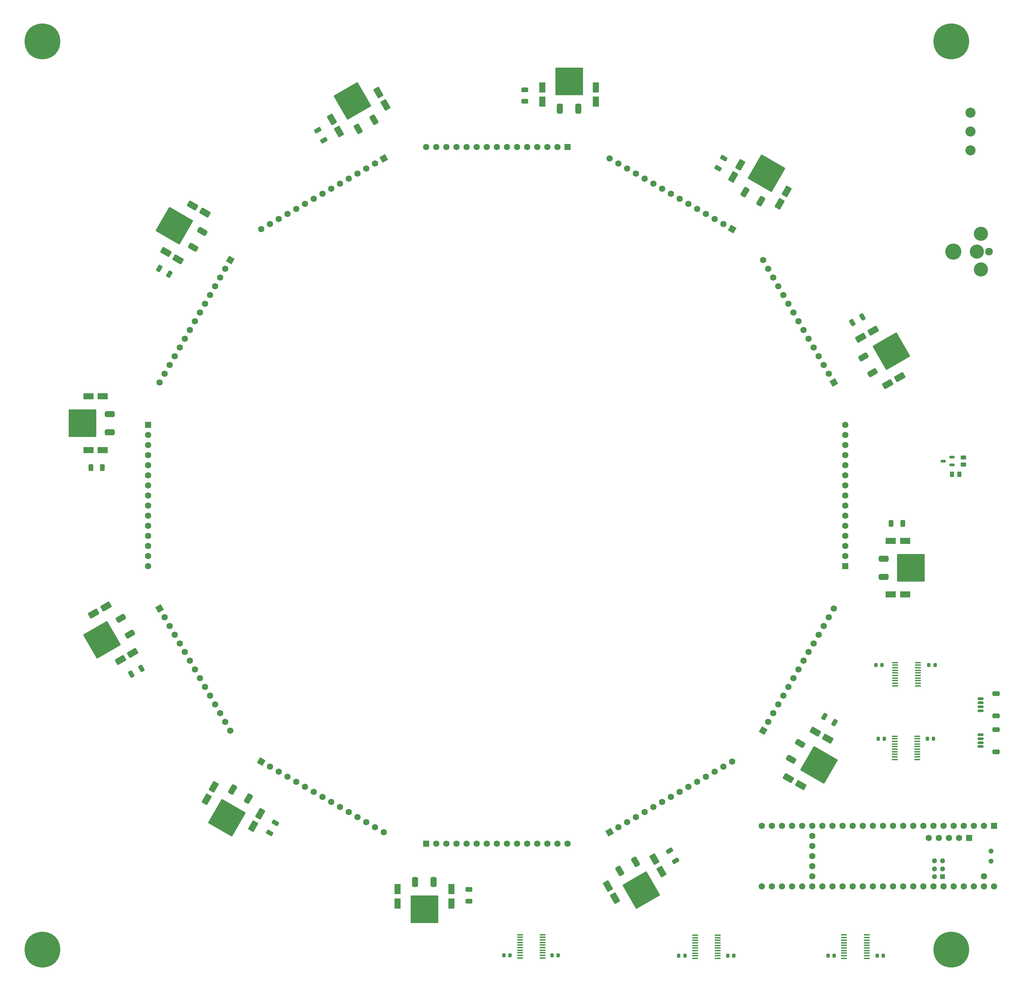
<source format=gts>
%TF.GenerationSoftware,KiCad,Pcbnew,7.0.8-7.0.8~ubuntu22.04.1*%
%TF.CreationDate,2024-02-10T13:50:53-08:00*%
%TF.ProjectId,teensy_arena_12-12,7465656e-7379-45f6-9172-656e615f3132,rev?*%
%TF.SameCoordinates,Original*%
%TF.FileFunction,Soldermask,Top*%
%TF.FilePolarity,Negative*%
%FSLAX46Y46*%
G04 Gerber Fmt 4.6, Leading zero omitted, Abs format (unit mm)*
G04 Created by KiCad (PCBNEW 7.0.8-7.0.8~ubuntu22.04.1) date 2024-02-10 13:50:53*
%MOMM*%
%LPD*%
G01*
G04 APERTURE LIST*
G04 Aperture macros list*
%AMRoundRect*
0 Rectangle with rounded corners*
0 $1 Rounding radius*
0 $2 $3 $4 $5 $6 $7 $8 $9 X,Y pos of 4 corners*
0 Add a 4 corners polygon primitive as box body*
4,1,4,$2,$3,$4,$5,$6,$7,$8,$9,$2,$3,0*
0 Add four circle primitives for the rounded corners*
1,1,$1+$1,$2,$3*
1,1,$1+$1,$4,$5*
1,1,$1+$1,$6,$7*
1,1,$1+$1,$8,$9*
0 Add four rect primitives between the rounded corners*
20,1,$1+$1,$2,$3,$4,$5,0*
20,1,$1+$1,$4,$5,$6,$7,0*
20,1,$1+$1,$6,$7,$8,$9,0*
20,1,$1+$1,$8,$9,$2,$3,0*%
%AMRotRect*
0 Rectangle, with rotation*
0 The origin of the aperture is its center*
0 $1 length*
0 $2 width*
0 $3 Rotation angle, in degrees counterclockwise*
0 Add horizontal line*
21,1,$1,$2,0,0,$3*%
G04 Aperture macros list end*
%ADD10RoundRect,0.375000X-0.945272X0.112740X0.570272X-0.762260X0.945272X-0.112740X-0.570272X0.762260X0*%
%ADD11RoundRect,0.175000X-4.542034X-1.217034X1.217034X-4.542034X4.542034X1.217034X-1.217034X4.542034X0*%
%ADD12RoundRect,0.375000X-0.375000X0.875000X-0.375000X-0.875000X0.375000X-0.875000X0.375000X0.875000X0*%
%ADD13RoundRect,0.175000X-3.325000X3.325000X-3.325000X-3.325000X3.325000X-3.325000X3.325000X3.325000X0*%
%ADD14RoundRect,0.375000X-0.875000X-0.375000X0.875000X-0.375000X0.875000X0.375000X-0.875000X0.375000X0*%
%ADD15RoundRect,0.175000X-3.325000X-3.325000X3.325000X-3.325000X3.325000X3.325000X-3.325000X3.325000X0*%
%ADD16RoundRect,0.375000X-0.762260X0.570272X0.112740X-0.945272X0.762260X-0.570272X-0.112740X0.945272X0*%
%ADD17RoundRect,0.175000X-4.542034X1.217034X-1.217034X-4.542034X4.542034X-1.217034X1.217034X4.542034X0*%
%ADD18RoundRect,0.375000X0.875000X0.375000X-0.875000X0.375000X-0.875000X-0.375000X0.875000X-0.375000X0*%
%ADD19RoundRect,0.175000X3.325000X3.325000X-3.325000X3.325000X-3.325000X-3.325000X3.325000X-3.325000X0*%
%ADD20RoundRect,0.375000X-0.112740X-0.945272X0.762260X0.570272X0.112740X0.945272X-0.762260X-0.570272X0*%
%ADD21RoundRect,0.175000X1.217034X-4.542034X4.542034X1.217034X-1.217034X4.542034X-4.542034X-1.217034X0*%
%ADD22RoundRect,0.375000X0.570272X0.762260X-0.945272X-0.112740X-0.570272X-0.762260X0.945272X0.112740X0*%
%ADD23RoundRect,0.175000X1.217034X4.542034X-4.542034X1.217034X-1.217034X-4.542034X4.542034X-1.217034X0*%
%ADD24RoundRect,0.375000X0.762260X-0.570272X-0.112740X0.945272X-0.762260X0.570272X0.112740X-0.945272X0*%
%ADD25RoundRect,0.175000X4.542034X-1.217034X1.217034X4.542034X-4.542034X1.217034X-1.217034X-4.542034X0*%
%ADD26RoundRect,0.375000X0.945272X-0.112740X-0.570272X0.762260X-0.945272X0.112740X0.570272X-0.762260X0*%
%ADD27RoundRect,0.175000X4.542034X1.217034X-1.217034X4.542034X-4.542034X-1.217034X1.217034X-4.542034X0*%
%ADD28RoundRect,0.375000X0.375000X-0.875000X0.375000X0.875000X-0.375000X0.875000X-0.375000X-0.875000X0*%
%ADD29RoundRect,0.175000X3.325000X-3.325000X3.325000X3.325000X-3.325000X3.325000X-3.325000X-3.325000X0*%
%ADD30RoundRect,0.375000X-0.570272X-0.762260X0.945272X0.112740X0.570272X0.762260X-0.945272X-0.112740X0*%
%ADD31RoundRect,0.175000X-1.217034X-4.542034X4.542034X-1.217034X1.217034X4.542034X-4.542034X1.217034X0*%
%ADD32RoundRect,0.375000X0.112740X0.945272X-0.762260X-0.570272X-0.112740X-0.945272X0.762260X0.570272X0*%
%ADD33RoundRect,0.175000X-1.217034X4.542034X-4.542034X-1.217034X1.217034X-4.542034X4.542034X1.217034X0*%
%ADD34RoundRect,0.250000X1.184327X-0.048686X-0.634327X1.001314X-1.184327X0.048686X0.634327X-1.001314X0*%
%ADD35RoundRect,0.250000X0.625000X-0.312500X0.625000X0.312500X-0.625000X0.312500X-0.625000X-0.312500X0*%
%ADD36RoundRect,0.250000X0.385016X-0.583133X0.697516X-0.041867X-0.385016X0.583133X-0.697516X0.041867X0*%
%ADD37RoundRect,0.250000X0.041867X-0.697516X0.583133X-0.385016X-0.041867X0.697516X-0.583133X0.385016X0*%
%ADD38RoundRect,0.225000X0.225000X0.250000X-0.225000X0.250000X-0.225000X-0.250000X0.225000X-0.250000X0*%
%ADD39C,9.000000*%
%ADD40R,1.600000X1.600000*%
%ADD41C,1.600000*%
%ADD42RotRect,1.600000X1.600000X60.000000*%
%ADD43RoundRect,0.250000X-1.050000X-0.550000X1.050000X-0.550000X1.050000X0.550000X-1.050000X0.550000X0*%
%ADD44RoundRect,0.250000X-0.385016X0.583133X-0.697516X0.041867X0.385016X-0.583133X0.697516X-0.041867X0*%
%ADD45RoundRect,0.250000X1.001314X-0.634327X-0.048686X1.184327X-1.001314X0.634327X0.048686X-1.184327X0*%
%ADD46C,2.540000*%
%ADD47RoundRect,0.100000X0.637500X0.100000X-0.637500X0.100000X-0.637500X-0.100000X0.637500X-0.100000X0*%
%ADD48RoundRect,0.250000X0.048686X1.184327X-1.001314X-0.634327X-0.048686X-1.184327X1.001314X0.634327X0*%
%ADD49RoundRect,0.100000X-0.637500X-0.100000X0.637500X-0.100000X0.637500X0.100000X-0.637500X0.100000X0*%
%ADD50RoundRect,0.250000X-0.697516X-0.041867X-0.385016X-0.583133X0.697516X0.041867X0.385016X0.583133X0*%
%ADD51RotRect,1.600000X1.600000X330.000000*%
%ADD52RotRect,1.600000X1.600000X30.000000*%
%ADD53RoundRect,0.250000X0.634327X1.001314X-1.184327X-0.048686X-0.634327X-1.001314X1.184327X0.048686X0*%
%ADD54RoundRect,0.250000X-0.041867X0.697516X-0.583133X0.385016X0.041867X-0.697516X0.583133X-0.385016X0*%
%ADD55RoundRect,0.225000X-0.225000X-0.250000X0.225000X-0.250000X0.225000X0.250000X-0.225000X0.250000X0*%
%ADD56RoundRect,0.150000X0.625000X-0.150000X0.625000X0.150000X-0.625000X0.150000X-0.625000X-0.150000X0*%
%ADD57RoundRect,0.250000X0.650000X-0.350000X0.650000X0.350000X-0.650000X0.350000X-0.650000X-0.350000X0*%
%ADD58RoundRect,0.250000X-1.184327X0.048686X0.634327X-1.001314X1.184327X-0.048686X-0.634327X1.001314X0*%
%ADD59RoundRect,0.250000X0.697516X0.041867X0.385016X0.583133X-0.697516X-0.041867X-0.385016X-0.583133X0*%
%ADD60RoundRect,0.250000X-0.634327X-1.001314X1.184327X0.048686X0.634327X1.001314X-1.184327X-0.048686X0*%
%ADD61RoundRect,0.150000X0.512500X0.150000X-0.512500X0.150000X-0.512500X-0.150000X0.512500X-0.150000X0*%
%ADD62RoundRect,0.250000X-0.550000X1.050000X-0.550000X-1.050000X0.550000X-1.050000X0.550000X1.050000X0*%
%ADD63C,3.556000*%
%ADD64C,1.930400*%
%ADD65C,4.064000*%
%ADD66RoundRect,0.250000X-1.001314X0.634327X0.048686X-1.184327X1.001314X-0.634327X-0.048686X1.184327X0*%
%ADD67RotRect,1.600000X1.600000X210.000000*%
%ADD68RoundRect,0.250000X-0.262500X-0.450000X0.262500X-0.450000X0.262500X0.450000X-0.262500X0.450000X0*%
%ADD69RoundRect,0.250000X0.583133X0.385016X0.041867X0.697516X-0.583133X-0.385016X-0.041867X-0.697516X0*%
%ADD70R,1.300000X1.300000*%
%ADD71C,1.300000*%
%ADD72RotRect,1.600000X1.600000X240.000000*%
%ADD73RoundRect,0.250000X-0.625000X0.312500X-0.625000X-0.312500X0.625000X-0.312500X0.625000X0.312500X0*%
%ADD74RotRect,1.600000X1.600000X300.000000*%
%ADD75RoundRect,0.250000X-0.312500X-0.625000X0.312500X-0.625000X0.312500X0.625000X-0.312500X0.625000X0*%
%ADD76RoundRect,0.250000X1.050000X0.550000X-1.050000X0.550000X-1.050000X-0.550000X1.050000X-0.550000X0*%
%ADD77RoundRect,0.250000X-0.048686X-1.184327X1.001314X0.634327X0.048686X1.184327X-1.001314X-0.634327X0*%
%ADD78RoundRect,0.250000X0.312500X0.625000X-0.312500X0.625000X-0.312500X-0.625000X0.312500X-0.625000X0*%
%ADD79RoundRect,0.250000X0.550000X-1.050000X0.550000X1.050000X-0.550000X1.050000X-0.550000X-1.050000X0*%
%ADD80RotRect,1.600000X1.600000X120.000000*%
%ADD81RoundRect,0.250000X-0.583133X-0.385016X-0.041867X-0.697516X0.583133X0.385016X0.041867X0.697516X0*%
%ADD82RotRect,1.600000X1.600000X150.000000*%
%ADD83RoundRect,0.250000X-0.450000X0.262500X-0.450000X-0.262500X0.450000X-0.262500X0.450000X0.262500X0*%
G04 APERTURE END LIST*
D10*
%TO.C,U17*%
X254120591Y-240226916D03*
D11*
X258902865Y-245643774D03*
D10*
X251820591Y-244210632D03*
%TD*%
D12*
%TO.C,U15*%
X161897000Y-275109028D03*
D13*
X159597000Y-281959028D03*
D12*
X157297000Y-275109028D03*
%TD*%
D14*
%TO.C,U6*%
X275109028Y-193703000D03*
D15*
X281959028Y-196003000D03*
D14*
X275109028Y-198303000D03*
%TD*%
D16*
%TO.C,U16*%
X212682112Y-270023591D03*
D17*
X214115254Y-277105865D03*
D16*
X208698396Y-272323591D03*
%TD*%
D18*
%TO.C,U12*%
X80490971Y-161897000D03*
D19*
X73640971Y-159597000D03*
D18*
X80490971Y-157297000D03*
%TD*%
D20*
%TO.C,U8*%
X240226916Y-101479408D03*
D21*
X245643774Y-96697134D03*
D20*
X244210632Y-103779408D03*
%TD*%
D22*
%TO.C,U13*%
X85576408Y-212682112D03*
D23*
X78494134Y-214115254D03*
D22*
X83276408Y-208698396D03*
%TD*%
D24*
%TO.C,U10*%
X142917887Y-85576408D03*
D25*
X141484745Y-78494134D03*
D24*
X146901603Y-83276408D03*
%TD*%
D26*
%TO.C,U11*%
X101479408Y-115373083D03*
D27*
X96697134Y-109956225D03*
D26*
X103779408Y-111389367D03*
%TD*%
D28*
%TO.C,U9*%
X193703000Y-80490971D03*
D29*
X196003000Y-73640971D03*
D28*
X198303000Y-80490971D03*
%TD*%
D30*
%TO.C,U7*%
X270023591Y-142917887D03*
D31*
X277105865Y-141484745D03*
D30*
X272323591Y-146901603D03*
%TD*%
D32*
%TO.C,U14*%
X115373083Y-254120591D03*
D33*
X109956225Y-258902865D03*
D32*
X111389367Y-251820591D03*
%TD*%
D34*
%TO.C,C21*%
X104438393Y-106657972D03*
X101320701Y-104857972D03*
%TD*%
D35*
%TO.C,R12*%
X170774000Y-279912528D03*
X170774000Y-276987528D03*
%TD*%
D36*
%TO.C,R11*%
X120659041Y-262719043D03*
X122121541Y-260185919D03*
%TD*%
D37*
%TO.C,R10*%
X85854956Y-222771569D03*
X88388080Y-221309069D03*
%TD*%
D38*
%TO.C,C3*%
X275320000Y-239080000D03*
X273770000Y-239080000D03*
%TD*%
D39*
%TO.C,H1*%
X63500000Y-63500000D03*
%TD*%
D40*
%TO.C,P10*%
X160019999Y-265474028D03*
D41*
X162559999Y-265474028D03*
X165099999Y-265474028D03*
X167639999Y-265474028D03*
X170179999Y-265474028D03*
X172719999Y-265474028D03*
X175259999Y-265474028D03*
X177799999Y-265474028D03*
X180339999Y-265474028D03*
X182879999Y-265474028D03*
X185419999Y-265474028D03*
X187959999Y-265474028D03*
X190499999Y-265474028D03*
X193039999Y-265474028D03*
X195579999Y-265474028D03*
%TD*%
D38*
%TO.C,C6*%
X225130000Y-293684000D03*
X223580000Y-293684000D03*
%TD*%
D42*
%TO.C,P12*%
X244837936Y-237034946D03*
D41*
X246107936Y-234835241D03*
X247377936Y-232635537D03*
X248647936Y-230435832D03*
X249917936Y-228236128D03*
X251187936Y-226036423D03*
X252457936Y-223836719D03*
X253727936Y-221637014D03*
X254997936Y-219437309D03*
X256267936Y-217237605D03*
X257537936Y-215037900D03*
X258807936Y-212838196D03*
X260077936Y-210638491D03*
X261347936Y-208438787D03*
X262617936Y-206239082D03*
%TD*%
D40*
%TO.C,P7*%
X90125971Y-160020000D03*
D41*
X90125971Y-162560000D03*
X90125971Y-165100000D03*
X90125971Y-167640000D03*
X90125971Y-170180000D03*
X90125971Y-172720000D03*
X90125971Y-175260000D03*
X90125971Y-177800000D03*
X90125971Y-180340000D03*
X90125971Y-182880000D03*
X90125971Y-185420000D03*
X90125971Y-187960000D03*
X90125971Y-190500000D03*
X90125971Y-193040000D03*
X90125971Y-195580000D03*
%TD*%
D43*
%TO.C,C24*%
X75095971Y-166370000D03*
X78695971Y-166370000D03*
%TD*%
D44*
%TO.C,R5*%
X234940958Y-92880956D03*
X233478458Y-95414080D03*
%TD*%
D45*
%TO.C,C19*%
X149837998Y-79508393D03*
X148037998Y-76390701D03*
%TD*%
D43*
%TO.C,C11*%
X276904028Y-202730000D03*
X280504028Y-202730000D03*
%TD*%
D46*
%TO.C,SW1*%
X296960000Y-90982800D03*
X296960000Y-86233000D03*
X296960000Y-81483200D03*
%TD*%
D47*
%TO.C,U3*%
X233402100Y-294342600D03*
X233402100Y-293692600D03*
X233402100Y-293042600D03*
X233402100Y-292392600D03*
X233402100Y-291742600D03*
X233402100Y-291092600D03*
X233402100Y-290442600D03*
X233402100Y-289792600D03*
X233402100Y-289142600D03*
X233402100Y-288492600D03*
X227677100Y-288492600D03*
X227677100Y-289142600D03*
X227677100Y-289792600D03*
X227677100Y-290442600D03*
X227677100Y-291092600D03*
X227677100Y-291742600D03*
X227677100Y-292392600D03*
X227677100Y-293042600D03*
X227677100Y-293692600D03*
X227677100Y-294342600D03*
%TD*%
D48*
%TO.C,C27*%
X106657972Y-251161606D03*
X104857972Y-254279298D03*
%TD*%
D38*
%TO.C,C8*%
X262687000Y-293654000D03*
X261137000Y-293654000D03*
%TD*%
D49*
%TO.C,U2*%
X277878400Y-238414800D03*
X277878400Y-239064800D03*
X277878400Y-239714800D03*
X277878400Y-240364800D03*
X277878400Y-241014800D03*
X277878400Y-241664800D03*
X277878400Y-242314800D03*
X277878400Y-242964800D03*
X277878400Y-243614800D03*
X277878400Y-244264800D03*
X283603400Y-244264800D03*
X283603400Y-243614800D03*
X283603400Y-242964800D03*
X283603400Y-242314800D03*
X283603400Y-241664800D03*
X283603400Y-241014800D03*
X283603400Y-240364800D03*
X283603400Y-239714800D03*
X283603400Y-239064800D03*
X283603400Y-238414800D03*
%TD*%
D50*
%TO.C,R7*%
X132828430Y-85854956D03*
X134290930Y-88388080D03*
%TD*%
D51*
%TO.C,P9*%
X118565053Y-244837936D03*
D41*
X120764758Y-246107936D03*
X122964462Y-247377936D03*
X125164167Y-248647936D03*
X127363871Y-249917936D03*
X129563576Y-251187936D03*
X131763280Y-252457936D03*
X133962985Y-253727936D03*
X136162690Y-254997936D03*
X138362394Y-256267936D03*
X140562099Y-257537936D03*
X142761803Y-258807936D03*
X144961508Y-260077936D03*
X147161212Y-261347936D03*
X149360917Y-262617936D03*
%TD*%
D52*
%TO.C,P11*%
X206239082Y-262617936D03*
D41*
X208438787Y-261347936D03*
X210638491Y-260077936D03*
X212838196Y-258807936D03*
X215037900Y-257537936D03*
X217237605Y-256267936D03*
X219437309Y-254997936D03*
X221637014Y-253727936D03*
X223836719Y-252457936D03*
X226036423Y-251187936D03*
X228236128Y-249917936D03*
X230435832Y-248647936D03*
X232635537Y-247377936D03*
X234835241Y-246107936D03*
X237034946Y-244837936D03*
%TD*%
D53*
%TO.C,C14*%
X272459298Y-136346655D03*
X269341606Y-138146655D03*
%TD*%
D54*
%TO.C,R4*%
X269745043Y-132828430D03*
X267211919Y-134290930D03*
%TD*%
D55*
%TO.C,C9*%
X191729000Y-293604000D03*
X193279000Y-293604000D03*
%TD*%
D56*
%TO.C,J3*%
X299500000Y-232005000D03*
X299500000Y-231005000D03*
X299500000Y-230005000D03*
X299500000Y-229005000D03*
D57*
X303375000Y-233305000D03*
X303375000Y-227705000D03*
%TD*%
D55*
%TO.C,C2*%
X286499000Y-220472000D03*
X288049000Y-220472000D03*
%TD*%
%TO.C,C5*%
X235915000Y-293674000D03*
X237465000Y-293674000D03*
%TD*%
D58*
%TO.C,C22*%
X94570701Y-116549315D03*
X97688393Y-118349315D03*
%TD*%
D59*
%TO.C,R13*%
X222771569Y-269745043D03*
X221309069Y-267211919D03*
%TD*%
D38*
%TO.C,C10*%
X181129000Y-293564000D03*
X179579000Y-293564000D03*
%TD*%
D48*
%TO.C,C16*%
X239050684Y-94570701D03*
X237250684Y-97688393D03*
%TD*%
D60*
%TO.C,C26*%
X83140701Y-219253344D03*
X86258393Y-217453344D03*
%TD*%
D39*
%TO.C,H3*%
X292100000Y-292100000D03*
%TD*%
D49*
%TO.C,U1*%
X277993000Y-219874000D03*
X277993000Y-220524000D03*
X277993000Y-221174000D03*
X277993000Y-221824000D03*
X277993000Y-222474000D03*
X277993000Y-223124000D03*
X277993000Y-223774000D03*
X277993000Y-224424000D03*
X277993000Y-225074000D03*
X277993000Y-225724000D03*
X283718000Y-225724000D03*
X283718000Y-225074000D03*
X283718000Y-224424000D03*
X283718000Y-223774000D03*
X283718000Y-223124000D03*
X283718000Y-222474000D03*
X283718000Y-221824000D03*
X283718000Y-221174000D03*
X283718000Y-220524000D03*
X283718000Y-219874000D03*
%TD*%
D61*
%TO.C,Q2*%
X292343000Y-170114000D03*
X292343000Y-168214000D03*
X290068000Y-169164000D03*
%TD*%
D39*
%TO.C,H4*%
X63500000Y-292100000D03*
%TD*%
D62*
%TO.C,C29*%
X152870000Y-276904028D03*
X152870000Y-280504028D03*
%TD*%
D63*
%TO.C,J1*%
X299596200Y-111963200D03*
D64*
X301602800Y-116459000D03*
D63*
X299596200Y-120954800D03*
D65*
X292611200Y-116459000D03*
D63*
X298605600Y-116459000D03*
%TD*%
D66*
%TO.C,C31*%
X205762001Y-276091606D03*
X207562001Y-279209298D03*
%TD*%
D67*
%TO.C,P5*%
X149360917Y-92982063D03*
D41*
X147161212Y-94252063D03*
X144961508Y-95522063D03*
X142761803Y-96792063D03*
X140562099Y-98062063D03*
X138362394Y-99332063D03*
X136162690Y-100602063D03*
X133962985Y-101872063D03*
X131763280Y-103142063D03*
X129563576Y-104412063D03*
X127363871Y-105682063D03*
X125164167Y-106952063D03*
X122964462Y-108222063D03*
X120764758Y-109492063D03*
X118565053Y-110762063D03*
%TD*%
D47*
%TO.C,U4*%
X270845100Y-294291800D03*
X270845100Y-293641800D03*
X270845100Y-292991800D03*
X270845100Y-292341800D03*
X270845100Y-291691800D03*
X270845100Y-291041800D03*
X270845100Y-290391800D03*
X270845100Y-289741800D03*
X270845100Y-289091800D03*
X270845100Y-288441800D03*
X265120100Y-288441800D03*
X265120100Y-289091800D03*
X265120100Y-289741800D03*
X265120100Y-290391800D03*
X265120100Y-291041800D03*
X265120100Y-291691800D03*
X265120100Y-292341800D03*
X265120100Y-292991800D03*
X265120100Y-293641800D03*
X265120100Y-294291800D03*
%TD*%
D40*
%TO.C,P4*%
X195580000Y-90125971D03*
D41*
X193040000Y-90125971D03*
X190500000Y-90125971D03*
X187960000Y-90125971D03*
X185420000Y-90125971D03*
X182880000Y-90125971D03*
X180340000Y-90125971D03*
X177800000Y-90125971D03*
X175260000Y-90125971D03*
X172720000Y-90125971D03*
X170180000Y-90125971D03*
X167640000Y-90125971D03*
X165100000Y-90125971D03*
X162560000Y-90125971D03*
X160020000Y-90125971D03*
%TD*%
D68*
%TO.C,R1*%
X292307000Y-172466000D03*
X294132000Y-172466000D03*
%TD*%
D45*
%TO.C,C32*%
X219253344Y-272459298D03*
X217453344Y-269341606D03*
%TD*%
D69*
%TO.C,R14*%
X262719043Y-234940958D03*
X260185919Y-233478458D03*
%TD*%
D40*
%TO.C,U18*%
X302895000Y-260985000D03*
D41*
X300355000Y-260985000D03*
X297815000Y-260985000D03*
X295275000Y-260985000D03*
X292735000Y-260985000D03*
X290195000Y-260985000D03*
X287655000Y-260985000D03*
X285115000Y-260985000D03*
X282575000Y-260985000D03*
X280035000Y-260985000D03*
X277495000Y-260985000D03*
X274955000Y-260985000D03*
X272415000Y-260985000D03*
X269875000Y-260985000D03*
X267335000Y-260985000D03*
X264795000Y-260985000D03*
X262255000Y-260985000D03*
X259715000Y-260985000D03*
X257175000Y-260985000D03*
X254635000Y-260985000D03*
X252095000Y-260985000D03*
X249555000Y-260985000D03*
X247015000Y-260985000D03*
X244475000Y-260985000D03*
X244475000Y-276225000D03*
X247015000Y-276225000D03*
X249555000Y-276225000D03*
X252095000Y-276225000D03*
X254635000Y-276225000D03*
X257175000Y-276225000D03*
X259715000Y-276225000D03*
X262255000Y-276225000D03*
X264795000Y-276225000D03*
X267335000Y-276225000D03*
X269875000Y-276225000D03*
X272415000Y-276225000D03*
X274955000Y-276225000D03*
X277495000Y-276225000D03*
X280035000Y-276225000D03*
X282575000Y-276225000D03*
X285115000Y-276225000D03*
X287655000Y-276225000D03*
X290195000Y-276225000D03*
X292735000Y-276225000D03*
X295275000Y-276225000D03*
X297815000Y-276225000D03*
X300355000Y-276225000D03*
X302895000Y-276225000D03*
X300355000Y-273685000D03*
X257175000Y-263525000D03*
X257175000Y-266065000D03*
X257175000Y-268605000D03*
X257175000Y-271145000D03*
X257175000Y-273685000D03*
D40*
X296595800Y-264035800D03*
D41*
X294055800Y-264035800D03*
X291515800Y-264035800D03*
X288975800Y-264035800D03*
X286435800Y-264035800D03*
D70*
X289925000Y-273786600D03*
D71*
X289925000Y-271786600D03*
X289925000Y-269786600D03*
X287925000Y-269786600D03*
X287925000Y-271786600D03*
X287925000Y-273786600D03*
X302165000Y-269875000D03*
X302165000Y-267335000D03*
%TD*%
D62*
%TO.C,C18*%
X189230000Y-75095971D03*
X189230000Y-78695971D03*
%TD*%
D40*
%TO.C,P1*%
X265474028Y-195580000D03*
D41*
X265474028Y-193040000D03*
X265474028Y-190500000D03*
X265474028Y-187960000D03*
X265474028Y-185420000D03*
X265474028Y-182880000D03*
X265474028Y-180340000D03*
X265474028Y-177800000D03*
X265474028Y-175260000D03*
X265474028Y-172720000D03*
X265474028Y-170180000D03*
X265474028Y-167640000D03*
X265474028Y-165100000D03*
X265474028Y-162560000D03*
X265474028Y-160020000D03*
%TD*%
D72*
%TO.C,P6*%
X110762063Y-118565053D03*
D41*
X109492063Y-120764758D03*
X108222063Y-122964462D03*
X106952063Y-125164167D03*
X105682063Y-127363871D03*
X104412063Y-129563576D03*
X103142063Y-131763280D03*
X101872063Y-133962985D03*
X100602063Y-136162690D03*
X99332063Y-138362394D03*
X98062063Y-140562099D03*
X96792063Y-142761803D03*
X95522063Y-144961508D03*
X94252063Y-147161212D03*
X92982063Y-149360917D03*
%TD*%
D73*
%TO.C,R6*%
X184826000Y-75687471D03*
X184826000Y-78612471D03*
%TD*%
D74*
%TO.C,P8*%
X92982063Y-206239082D03*
D41*
X94252063Y-208438787D03*
X95522063Y-210638491D03*
X96792063Y-212838196D03*
X98062063Y-215037900D03*
X99332063Y-217237605D03*
X100602063Y-219437309D03*
X101872063Y-221637014D03*
X103142063Y-223836719D03*
X104412063Y-226036423D03*
X105682063Y-228236128D03*
X106952063Y-230435832D03*
X108222063Y-232635537D03*
X109492063Y-234835241D03*
X110762063Y-237034946D03*
%TD*%
D75*
%TO.C,R9*%
X75687471Y-170774000D03*
X78612471Y-170774000D03*
%TD*%
D76*
%TO.C,C23*%
X78695971Y-152870000D03*
X75095971Y-152870000D03*
%TD*%
D77*
%TO.C,C28*%
X116549315Y-261029298D03*
X118349315Y-257911606D03*
%TD*%
D53*
%TO.C,C25*%
X79508393Y-205762001D03*
X76390701Y-207562001D03*
%TD*%
D78*
%TO.C,R3*%
X279912528Y-184826000D03*
X276987528Y-184826000D03*
%TD*%
D39*
%TO.C,H2*%
X292100000Y-63500000D03*
%TD*%
D55*
%TO.C,C4*%
X286110000Y-239080000D03*
X287660000Y-239080000D03*
%TD*%
D66*
%TO.C,C20*%
X136346655Y-83140701D03*
X138146655Y-86258393D03*
%TD*%
D79*
%TO.C,C30*%
X166370000Y-280504028D03*
X166370000Y-276904028D03*
%TD*%
D55*
%TO.C,C7*%
X273517000Y-293624000D03*
X275067000Y-293624000D03*
%TD*%
D38*
%TO.C,C1*%
X274688600Y-220522800D03*
X273138600Y-220522800D03*
%TD*%
D34*
%TO.C,C34*%
X261029298Y-239050684D03*
X257911606Y-237250684D03*
%TD*%
D77*
%TO.C,C15*%
X248942027Y-104438393D03*
X250742027Y-101320701D03*
%TD*%
D60*
%TO.C,C13*%
X276091606Y-149837998D03*
X279209298Y-148037998D03*
%TD*%
D76*
%TO.C,C12*%
X280504028Y-189230000D03*
X276904028Y-189230000D03*
%TD*%
D80*
%TO.C,P2*%
X262617936Y-149360917D03*
D41*
X261347936Y-147161212D03*
X260077936Y-144961508D03*
X258807936Y-142761803D03*
X257537936Y-140562099D03*
X256267936Y-138362394D03*
X254997936Y-136162690D03*
X253727936Y-133962985D03*
X252457936Y-131763280D03*
X251187936Y-129563576D03*
X249917936Y-127363871D03*
X248647936Y-125164167D03*
X247377936Y-122964462D03*
X246107936Y-120764758D03*
X244837936Y-118565053D03*
%TD*%
D56*
%TO.C,J2*%
X299500000Y-241016000D03*
X299500000Y-240016000D03*
X299500000Y-239016000D03*
X299500000Y-238016000D03*
D57*
X303375000Y-242316000D03*
X303375000Y-236716000D03*
%TD*%
D81*
%TO.C,R8*%
X92880956Y-120659041D03*
X95414080Y-122121541D03*
%TD*%
D82*
%TO.C,P3*%
X237034946Y-110762063D03*
D41*
X234835241Y-109492063D03*
X232635537Y-108222063D03*
X230435832Y-106952063D03*
X228236128Y-105682063D03*
X226036423Y-104412063D03*
X223836719Y-103142063D03*
X221637014Y-101872063D03*
X219437309Y-100602063D03*
X217237605Y-99332063D03*
X215037900Y-98062063D03*
X212838196Y-96792063D03*
X210638491Y-95522063D03*
X208438787Y-94252063D03*
X206239082Y-92982063D03*
%TD*%
D47*
%TO.C,U5*%
X189364200Y-294220800D03*
X189364200Y-293570800D03*
X189364200Y-292920800D03*
X189364200Y-292270800D03*
X189364200Y-291620800D03*
X189364200Y-290970800D03*
X189364200Y-290320800D03*
X189364200Y-289670800D03*
X189364200Y-289020800D03*
X189364200Y-288370800D03*
X183639200Y-288370800D03*
X183639200Y-289020800D03*
X183639200Y-289670800D03*
X183639200Y-290320800D03*
X183639200Y-290970800D03*
X183639200Y-291620800D03*
X183639200Y-292270800D03*
X183639200Y-292920800D03*
X183639200Y-293570800D03*
X183639200Y-294220800D03*
%TD*%
D83*
%TO.C,R2*%
X295148000Y-168251500D03*
X295148000Y-170076500D03*
%TD*%
D58*
%TO.C,C33*%
X251161606Y-248942027D03*
X254279298Y-250742027D03*
%TD*%
D79*
%TO.C,C17*%
X202730000Y-78695971D03*
X202730000Y-75095971D03*
%TD*%
M02*

</source>
